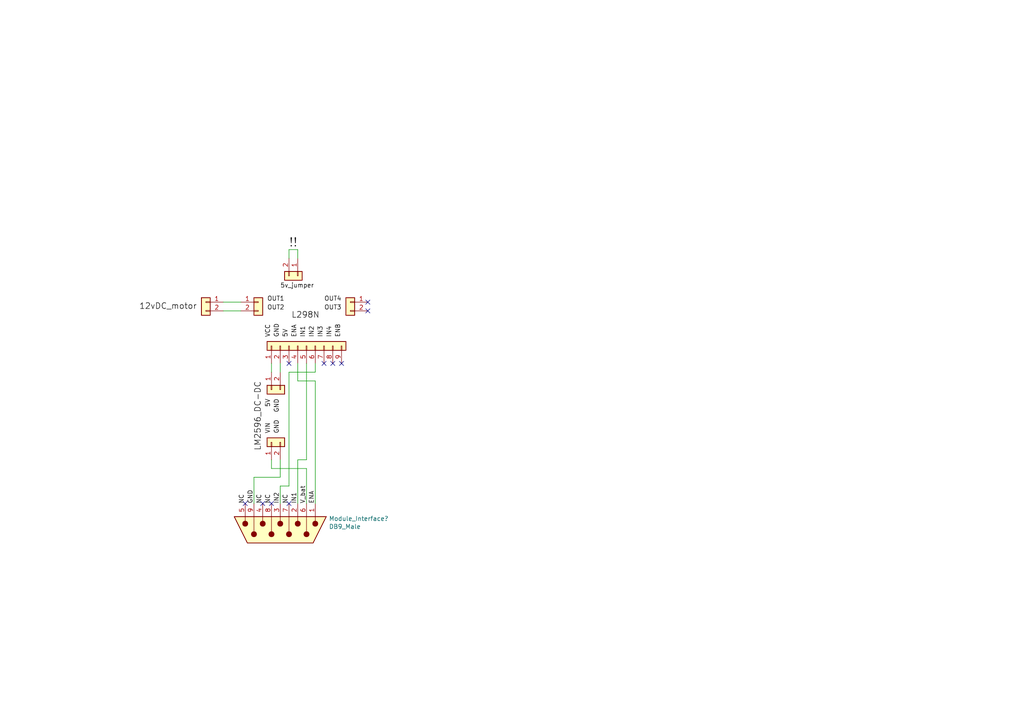
<source format=kicad_sch>
(kicad_sch (version 20211123) (generator eeschema)
  (paper "A4")
  (lib_symbols
    (symbol "Connector:DB9_Male" (pin_names (offset 1.016) hide)
      (property "Reference" "J" (at 0 13.97 0))
      (property "Value" "DB9_Male" (at 0 -14.605 0))
      (symbol "DB9_Male_0_1"
        (circle (center -1.778 -10.16) (radius 0.762) (fill (type outline)))
        (circle (center -1.778 -5.08) (radius 0.762) (fill (type outline)))
        (circle (center -1.778 0) (radius 0.762) (fill (type outline)))
        (circle (center -1.778 5.08) (radius 0.762) (fill (type outline)))
        (circle (center -1.778 10.16) (radius 0.762) (fill (type outline)))
        (polyline (pts (xy -3.81 -10.16) (xy -2.54 -10.16)))
        (polyline (pts (xy -3.81 -7.62) (xy 0.508 -7.62)))
        (polyline (pts (xy -3.81 -5.08) (xy -2.54 -5.08)))
        (polyline (pts (xy -3.81 -2.54) (xy 0.508 -2.54)))
        (polyline (pts (xy -3.81 0) (xy -2.54 0)))
        (polyline (pts (xy -3.81 2.54) (xy 0.508 2.54)))
        (polyline (pts (xy -3.81 5.08) (xy -2.54 5.08)))
        (polyline (pts (xy -3.81 7.62) (xy 0.508 7.62)))
        (polyline (pts (xy -3.81 10.16) (xy -2.54 10.16)))
        (polyline (pts (xy -3.81 -13.335) (xy -3.81 13.335) (xy 3.81 9.525) (xy 3.81 -9.525) (xy -3.81 -13.335)) (stroke (width 0.254)) (fill (type background)))
        (circle (center 1.27 -7.62) (radius 0.762) (fill (type outline)))
        (circle (center 1.27 -2.54) (radius 0.762) (fill (type outline)))
        (circle (center 1.27 2.54) (radius 0.762) (fill (type outline)))
        (circle (center 1.27 7.62) (radius 0.762) (fill (type outline)))
      )
      (symbol "DB9_Male_1_1"
        (pin passive line (at -7.62 -10.16 0) (length 3.81) (name "1") (number "1"))
        (pin passive line (at -7.62 -5.08 0) (length 3.81) (name "2") (number "2"))
        (pin passive line (at -7.62 0 0) (length 3.81) (name "3") (number "3"))
        (pin passive line (at -7.62 5.08 0) (length 3.81) (name "4") (number "4"))
        (pin passive line (at -7.62 10.16 0) (length 3.81) (name "5") (number "5"))
        (pin passive line (at -7.62 -7.62 0) (length 3.81) (name "6") (number "6"))
        (pin passive line (at -7.62 -2.54 0) (length 3.81) (name "7") (number "7"))
        (pin passive line (at -7.62 2.54 0) (length 3.81) (name "8") (number "8"))
        (pin passive line (at -7.62 7.62 0) (length 3.81) (name "9") (number "9"))
      )
    )
    (symbol "Connector_Generic:Conn_01x02" (pin_names (offset 1.016) hide)
      (property "Reference" "J" (at 0 2.54 0))
      (property "Value" "Conn_01x02" (at 0 -5.08 0))
      (symbol "Conn_01x02_1_1"
        (rectangle (start -1.27 -2.413) (end 0 -2.667) (stroke (width 0.1524)))
        (rectangle (start -1.27 0.127) (end 0 -0.127) (stroke (width 0.1524)))
        (rectangle (start -1.27 1.27) (end 1.27 -3.81) (stroke (width 0.254)) (fill (type background)))
        (pin passive line (at -5.08 0 0) (length 3.81) (name "Pin_1") (number "1"))
        (pin passive line (at -5.08 -2.54 0) (length 3.81) (name "Pin_2") (number "2"))
      )
    )
    (symbol "Connector_Generic:Conn_01x09" (pin_names (offset 1.016) hide)
      (property "Reference" "J" (at 0 12.7 0))
      (property "Value" "Conn_01x09" (at 0 -12.7 0))
      (symbol "Conn_01x09_1_1"
        (rectangle (start -1.27 -10.033) (end 0 -10.287) (stroke (width 0.1524)))
        (rectangle (start -1.27 -7.493) (end 0 -7.747) (stroke (width 0.1524)))
        (rectangle (start -1.27 -4.953) (end 0 -5.207) (stroke (width 0.1524)))
        (rectangle (start -1.27 -2.413) (end 0 -2.667) (stroke (width 0.1524)))
        (rectangle (start -1.27 0.127) (end 0 -0.127) (stroke (width 0.1524)))
        (rectangle (start -1.27 2.667) (end 0 2.413) (stroke (width 0.1524)))
        (rectangle (start -1.27 5.207) (end 0 4.953) (stroke (width 0.1524)))
        (rectangle (start -1.27 7.747) (end 0 7.493) (stroke (width 0.1524)))
        (rectangle (start -1.27 10.287) (end 0 10.033) (stroke (width 0.1524)))
        (rectangle (start -1.27 11.43) (end 1.27 -11.43) (stroke (width 0.254)) (fill (type background)))
        (pin passive line (at -5.08 10.16 0) (length 3.81) (name "Pin_1") (number "1"))
        (pin passive line (at -5.08 7.62 0) (length 3.81) (name "Pin_2") (number "2"))
        (pin passive line (at -5.08 5.08 0) (length 3.81) (name "Pin_3") (number "3"))
        (pin passive line (at -5.08 2.54 0) (length 3.81) (name "Pin_4") (number "4"))
        (pin passive line (at -5.08 0 0) (length 3.81) (name "Pin_5") (number "5"))
        (pin passive line (at -5.08 -2.54 0) (length 3.81) (name "Pin_6") (number "6"))
        (pin passive line (at -5.08 -5.08 0) (length 3.81) (name "Pin_7") (number "7"))
        (pin passive line (at -5.08 -7.62 0) (length 3.81) (name "Pin_8") (number "8"))
        (pin passive line (at -5.08 -10.16 0) (length 3.81) (name "Pin_9") (number "9"))
      )
    )
  )
  (no_connect (at 83.82 105.41))
  (no_connect (at 99.06 105.41))
  (no_connect (at 106.68 90.17))
  (no_connect (at 96.52 105.41))
  (no_connect (at 106.68 87.63))
  (no_connect (at 71.12 146.05))
  (no_connect (at 78.74 146.05))
  (no_connect (at 83.82 146.05))
  (no_connect (at 93.98 105.41))
  (no_connect (at 76.2 146.05))
  (wire (pts (xy 88.9 146.05) (xy 88.9 135.89)))
  (wire (pts (xy 78.74 135.89) (xy 78.74 133.35)))
  (wire (pts (xy 91.44 105.41) (xy 91.44 107.95)))
  (wire (pts (xy 86.36 146.05) (xy 86.36 133.35)))
  (wire (pts (xy 78.74 105.41) (xy 78.74 107.95)))
  (wire (pts (xy 86.36 72.39) (xy 86.36 74.93)))
  (wire (pts (xy 81.28 140.97) (xy 83.82 140.97)))
  (wire (pts (xy 88.9 133.35) (xy 88.9 105.41)))
  (wire (pts (xy 88.9 135.89) (xy 78.74 135.89)))
  (wire (pts (xy 81.28 138.43) (xy 73.66 138.43)))
  (wire (pts (xy 64.77 87.63) (xy 69.85 87.63)))
  (wire (pts (xy 81.28 105.41) (xy 81.28 107.95)))
  (wire (pts (xy 64.77 90.17) (xy 69.85 90.17)))
  (wire (pts (xy 91.44 110.49) (xy 86.36 110.49)))
  (wire (pts (xy 83.82 72.39) (xy 86.36 72.39)))
  (wire (pts (xy 81.28 146.05) (xy 81.28 140.97)))
  (wire (pts (xy 81.28 133.35) (xy 81.28 138.43)))
  (wire (pts (xy 83.82 74.93) (xy 83.82 72.39)))
  (wire (pts (xy 91.44 107.95) (xy 83.82 107.95)))
  (wire (pts (xy 86.36 110.49) (xy 86.36 105.41)))
  (wire (pts (xy 91.44 146.05) (xy 91.44 110.49)))
  (wire (pts (xy 73.66 138.43) (xy 73.66 146.05)))
  (wire (pts (xy 83.82 107.95) (xy 83.82 140.97)))
  (wire (pts (xy 86.36 133.35) (xy 88.9 133.35)))
  (label "ENB" (at 99.06 97.79 90))
  (label "LM2596_DC-DC" (at 76.2 110.49 270) (effects (font (size 1.7 1.7))))
  (label "NC" (at 76.2 146.05 90))
  (label "IN1" (at 88.9 97.79 90))
  (label "V_bat" (at 88.9 146.05 90))
  (label "NC" (at 71.12 146.05 90))
  (label "NC" (at 78.74 146.05 90))
  (label "OUT1" (at 77.47 87.63 0))
  (label "IN4" (at 96.52 97.79 90))
  (label "OUT2" (at 77.47 90.17 0))
  (label "OUT4" (at 99.06 87.63 180))
  (label "!!" (at 86.36 72.39 180) (effects (font (size 2.5 2.5))))
  (label "IN2" (at 91.44 97.79 90))
  (label "IN1" (at 86.36 146.05 90))
  (label "VIN" (at 78.74 125.73 90))
  (label "12vDC_motor" (at 57.15 90.17 180) (effects (font (size 1.7 1.7))))
  (label "GND" (at 81.28 115.57 270))
  (label "IN3" (at 93.98 97.79 90))
  (label "GND" (at 81.28 97.79 90))
  (label "GND" (at 81.28 125.73 90))
  (label "L298N" (at 92.71 92.71 180) (effects (font (size 1.7 1.7))))
  (label "VCC" (at 78.74 97.79 90))
  (label "NC" (at 83.82 146.05 90))
  (label "OUT3" (at 99.06 90.17 180))
  (label "ENA" (at 86.36 97.79 90))
  (label "GND" (at 73.66 146.05 90))
  (label "5V" (at 78.74 115.57 270))
  (label "ENA" (at 91.44 146.05 90))
  (label "IN2" (at 81.28 146.05 90))
  (label "5V" (at 83.82 97.79 90))
  (label "5v_jumper" (at 81.28 83.82 0))
  (symbol (lib_id "Connector_Generic:Conn_01x09") (at 88.9 100.33 90) (unit 1)
    (property "Reference" "J?" (effects hide))
    (property "Value" "Conn_01x09" (effects hide))
  )
  (symbol (lib_id "Connector_Generic:Conn_01x02") (at 101.6 87.63 0) (mirror y) (unit 1)
    (property "Reference" "J?" (effects hide))
    (property "Value" "Conn_01x02" (effects hide))
  )
  (symbol (lib_id "Connector:DB9_Male") (at 81.28 153.67 90) (mirror x) (unit 1)
    (property "Reference" "Module_Interface?" (at 95.377 150.4188 90) (effects (justify right)))
    (property "Value" "DB9_Male" (at 95.377 152.7302 90) (effects (justify right)))
    (property "Datasheet" " ~" (effects hide))
  )
  (symbol (lib_id "Connector_Generic:Conn_01x02") (at 78.74 113.03 90) (mirror x) (unit 1)
    (property "Reference" "J?" (effects hide))
    (property "Value" "Conn_01x02" (effects hide))
  )
  (symbol (lib_id "Connector_Generic:Conn_01x02") (at 86.36 80.01 270) (unit 1)
    (property "Reference" "J?" (effects hide))
    (property "Value" "Conn_01x02" (effects hide))
  )
  (symbol (lib_id "Connector_Generic:Conn_01x02") (at 78.74 128.27 90) (unit 1)
    (property "Reference" "J?" (effects hide))
    (property "Value" "Conn_01x02" (effects hide))
  )
  (symbol (lib_id "Connector_Generic:Conn_01x02") (at 74.93 87.63 0) (unit 1)
    (property "Reference" "J?" (effects hide))
    (property "Value" "Conn_01x02" (effects hide))
  )
  (symbol (lib_id "Connector_Generic:Conn_01x02") (at 59.69 87.63 0) (mirror y) (unit 1)
    (property "Reference" "J?" (effects hide))
    (property "Value" "Conn_01x02" (effects hide))
  )
)
</source>
